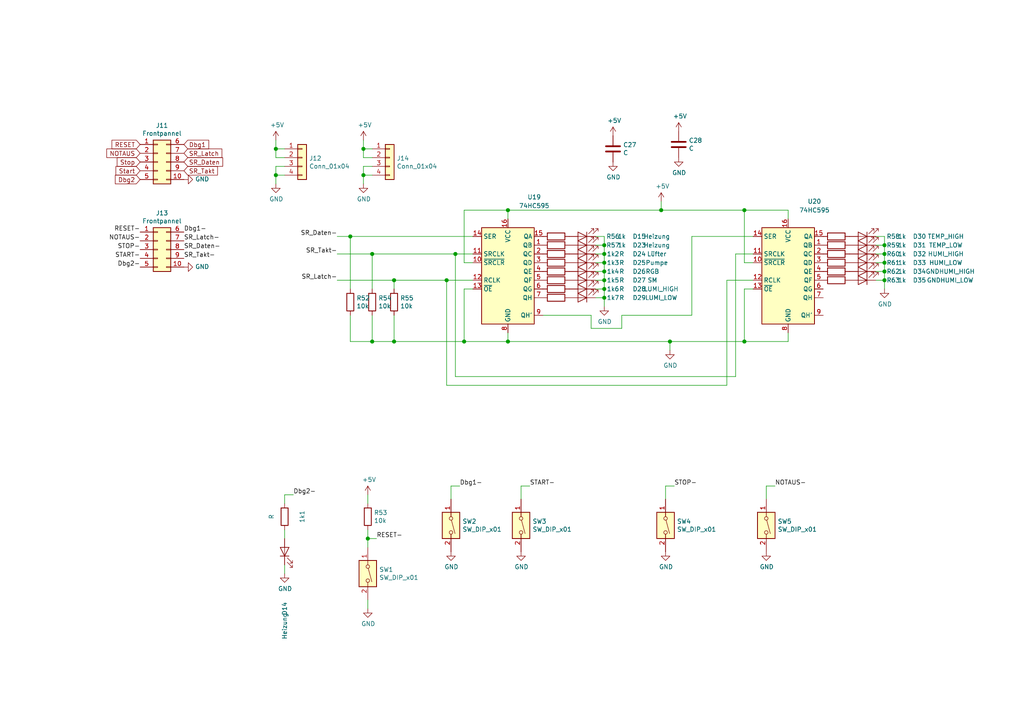
<source format=kicad_sch>
(kicad_sch (version 20210126) (generator eeschema)
  (paper "A4")
  (lib_symbols
    (symbol "SBIO3-rescue:+5V-power" (power) (pin_names (offset 0))
      (property "Value" "+5V-power" (at 0 3.556 0))
      (symbol "+5V-power_0_1"
        (polyline (pts (xy -0.762 1.27) (xy 0 2.54)))
        (polyline (pts (xy 0 0) (xy 0 2.54)))
        (polyline (pts (xy 0 2.54) (xy 0.762 1.27)))
      )
      (symbol "+5V-power_1_1"
        (pin power_in line (at 0 0 90) (length 0) hide (name "+5V") (number "1"))
      )
    )
    (symbol "SBIO3-rescue:74HC595-74xx"
      (property "Reference" "U" (at -7.62 13.97 0))
      (property "Value" "74HC595-74xx" (at -7.62 -16.51 0))
      (symbol "74HC595-74xx_1_0"
        (pin tri_state line (at 10.16 7.62 180) (length 2.54) (name "QB") (number "1"))
        (pin input line (at -10.16 2.54 0) (length 2.54) (name "~SRCLR") (number "10"))
        (pin input line (at -10.16 5.08 0) (length 2.54) (name "SRCLK") (number "11"))
        (pin input line (at -10.16 -2.54 0) (length 2.54) (name "RCLK") (number "12"))
        (pin input line (at -10.16 -5.08 0) (length 2.54) (name "~OE") (number "13"))
        (pin input line (at -10.16 10.16 0) (length 2.54) (name "SER") (number "14"))
        (pin tri_state line (at 10.16 10.16 180) (length 2.54) (name "QA") (number "15"))
        (pin power_in line (at 0 15.24 270) (length 2.54) (name "VCC") (number "16"))
        (pin tri_state line (at 10.16 5.08 180) (length 2.54) (name "QC") (number "2"))
        (pin tri_state line (at 10.16 2.54 180) (length 2.54) (name "QD") (number "3"))
        (pin tri_state line (at 10.16 0 180) (length 2.54) (name "QE") (number "4"))
        (pin tri_state line (at 10.16 -2.54 180) (length 2.54) (name "QF") (number "5"))
        (pin tri_state line (at 10.16 -5.08 180) (length 2.54) (name "QG") (number "6"))
        (pin tri_state line (at 10.16 -7.62 180) (length 2.54) (name "QH") (number "7"))
        (pin power_in line (at 0 -17.78 90) (length 2.54) (name "GND") (number "8"))
        (pin output line (at 10.16 -12.7 180) (length 2.54) (name "QH'") (number "9"))
      )
      (symbol "74HC595-74xx_1_1"
        (rectangle (start -7.62 12.7) (end 7.62 -15.24) (stroke (width 0.254)) (fill (type background)))
      )
    )
    (symbol "SBIO3-rescue:C-Device" (pin_numbers hide) (pin_names (offset 0.254))
      (property "Reference" "C" (at 0.635 2.54 0))
      (property "Value" "C-Device" (at 0.635 -2.54 0))
      (symbol "C-Device_0_1"
        (polyline (pts (xy -2.032 -0.762) (xy 2.032 -0.762)) (stroke (width 0.508)))
        (polyline (pts (xy -2.032 0.762) (xy 2.032 0.762)) (stroke (width 0.508)))
      )
      (symbol "C-Device_1_1"
        (pin passive line (at 0 3.81 270) (length 2.794) (name "~") (number "1"))
        (pin passive line (at 0 -3.81 90) (length 2.794) (name "~") (number "2"))
      )
    )
    (symbol "SBIO3-rescue:Conn_01x04-Connector_Generic" (pin_names (offset 1.016) hide)
      (property "Reference" "J" (at 0 5.08 0))
      (property "Value" "Conn_01x04-Connector_Generic" (at 0 -7.62 0))
      (symbol "Conn_01x04-Connector_Generic_1_1"
        (rectangle (start -1.27 -4.953) (end 0 -5.207) (stroke (width 0.1524)))
        (rectangle (start -1.27 -2.413) (end 0 -2.667) (stroke (width 0.1524)))
        (rectangle (start -1.27 0.127) (end 0 -0.127) (stroke (width 0.1524)))
        (rectangle (start -1.27 2.667) (end 0 2.413) (stroke (width 0.1524)))
        (rectangle (start -1.27 3.81) (end 1.27 -6.35) (stroke (width 0.254)) (fill (type background)))
        (pin passive line (at -5.08 2.54 0) (length 3.81) (name "Pin_1") (number "1"))
        (pin passive line (at -5.08 0 0) (length 3.81) (name "Pin_2") (number "2"))
        (pin passive line (at -5.08 -2.54 0) (length 3.81) (name "Pin_3") (number "3"))
        (pin passive line (at -5.08 -5.08 0) (length 3.81) (name "Pin_4") (number "4"))
      )
    )
    (symbol "SBIO3-rescue:Conn_02x05_Top_Bottom-Connector_Generic" (pin_names (offset 1.016) hide)
      (property "Reference" "J" (at 1.27 7.62 0))
      (property "Value" "Conn_02x05_Top_Bottom-Connector_Generic" (at 1.27 -7.62 0))
      (symbol "Conn_02x05_Top_Bottom-Connector_Generic_1_1"
        (rectangle (start -1.27 -4.953) (end 0 -5.207) (stroke (width 0.1524)))
        (rectangle (start -1.27 -2.413) (end 0 -2.667) (stroke (width 0.1524)))
        (rectangle (start -1.27 0.127) (end 0 -0.127) (stroke (width 0.1524)))
        (rectangle (start -1.27 2.667) (end 0 2.413) (stroke (width 0.1524)))
        (rectangle (start -1.27 5.207) (end 0 4.953) (stroke (width 0.1524)))
        (rectangle (start -1.27 6.35) (end 3.81 -6.35) (stroke (width 0.254)) (fill (type background)))
        (rectangle (start 3.81 -4.953) (end 2.54 -5.207) (stroke (width 0.1524)))
        (rectangle (start 3.81 -2.413) (end 2.54 -2.667) (stroke (width 0.1524)))
        (rectangle (start 3.81 0.127) (end 2.54 -0.127) (stroke (width 0.1524)))
        (rectangle (start 3.81 2.667) (end 2.54 2.413) (stroke (width 0.1524)))
        (rectangle (start 3.81 5.207) (end 2.54 4.953) (stroke (width 0.1524)))
        (pin passive line (at -5.08 5.08 0) (length 3.81) (name "Pin_1") (number "1"))
        (pin passive line (at 7.62 -5.08 180) (length 3.81) (name "Pin_10") (number "10"))
        (pin passive line (at -5.08 2.54 0) (length 3.81) (name "Pin_2") (number "2"))
        (pin passive line (at -5.08 0 0) (length 3.81) (name "Pin_3") (number "3"))
        (pin passive line (at -5.08 -2.54 0) (length 3.81) (name "Pin_4") (number "4"))
        (pin passive line (at -5.08 -5.08 0) (length 3.81) (name "Pin_5") (number "5"))
        (pin passive line (at 7.62 5.08 180) (length 3.81) (name "Pin_6") (number "6"))
        (pin passive line (at 7.62 2.54 180) (length 3.81) (name "Pin_7") (number "7"))
        (pin passive line (at 7.62 0 180) (length 3.81) (name "Pin_8") (number "8"))
        (pin passive line (at 7.62 -2.54 180) (length 3.81) (name "Pin_9") (number "9"))
      )
    )
    (symbol "SBIO3-rescue:GND-power" (power) (pin_names (offset 0))
      (property "Value" "GND-power" (at 0 -3.81 0))
      (symbol "GND-power_0_1"
        (polyline (pts (xy 0 0) (xy 0 -1.27) (xy 1.27 -1.27) (xy 0 -2.54) (xy -1.27 -1.27) (xy 0 -1.27)))
      )
      (symbol "GND-power_1_1"
        (pin power_in line (at 0 0 270) (length 0) hide (name "GND") (number "1"))
      )
    )
    (symbol "SBIO3-rescue:LED-Device" (pin_numbers hide) (pin_names (offset 1.016) hide)
      (property "Reference" "D" (at 0 2.54 0))
      (property "Value" "LED-Device" (at 0 -2.54 0))
      (symbol "LED-Device_0_1"
        (polyline (pts (xy -1.27 -1.27) (xy -1.27 1.27)) (stroke (width 0.2032)))
        (polyline (pts (xy -1.27 0) (xy 1.27 0)))
        (polyline (pts (xy 1.27 -1.27) (xy 1.27 1.27) (xy -1.27 0) (xy 1.27 -1.27)) (stroke (width 0.2032)))
        (polyline (pts (xy -3.048 -0.762) (xy -4.572 -2.286) (xy -3.81 -2.286) (xy -4.572 -2.286) (xy -4.572 -1.524)))
        (polyline (pts (xy -1.778 -0.762) (xy -3.302 -2.286) (xy -2.54 -2.286) (xy -3.302 -2.286) (xy -3.302 -1.524)))
      )
      (symbol "LED-Device_1_1"
        (pin passive line (at -3.81 0 0) (length 2.54) (name "K") (number "1"))
        (pin passive line (at 3.81 0 180) (length 2.54) (name "A") (number "2"))
      )
    )
    (symbol "SBIO3-rescue:R-Device" (pin_numbers hide) (pin_names (offset 0))
      (property "Reference" "R" (at 2.032 0 90))
      (property "Value" "R-Device" (at 0 0 90))
      (symbol "R-Device_0_1"
        (rectangle (start -1.016 -2.54) (end 1.016 2.54) (stroke (width 0.254)))
      )
      (symbol "R-Device_1_1"
        (pin passive line (at 0 3.81 270) (length 1.27) (name "~") (number "1"))
        (pin passive line (at 0 -3.81 90) (length 1.27) (name "~") (number "2"))
      )
    )
    (symbol "SBIO3-rescue:SW_DIP_x01-Switch" (pin_names (offset 0) hide)
      (property "Reference" "SW" (at 0 3.81 0))
      (property "Value" "SW_DIP_x01-Switch" (at 0 -3.81 0))
      (symbol "SW_DIP_x01-Switch_0_0"
        (circle (center -2.032 0) (radius 0.508))
        (circle (center 2.032 0) (radius 0.508))
        (polyline (pts (xy -1.524 0.127) (xy 2.3622 1.1684)))
      )
      (symbol "SW_DIP_x01-Switch_0_1"
        (rectangle (start -3.81 2.54) (end 3.81 -2.54) (stroke (width 0.254)) (fill (type background)))
      )
      (symbol "SW_DIP_x01-Switch_1_1"
        (pin passive line (at -7.62 0 0) (length 5.08) (name "~") (number "1"))
        (pin passive line (at 7.62 0 180) (length 5.08) (name "~") (number "2"))
      )
    )
  )
  (junction (at 80.01 43.18) (diameter 1.016))
  (junction (at 80.01 50.8) (diameter 1.016))
  (junction (at 101.6 68.58) (diameter 1.016))
  (junction (at 105.41 43.18) (diameter 1.016))
  (junction (at 105.41 50.8) (diameter 1.016))
  (junction (at 106.68 156.21) (diameter 1.016))
  (junction (at 107.95 73.66) (diameter 1.016))
  (junction (at 107.95 99.06) (diameter 1.016))
  (junction (at 114.3 81.28) (diameter 1.016))
  (junction (at 114.3 99.06) (diameter 1.016))
  (junction (at 129.54 81.28) (diameter 1.016))
  (junction (at 132.08 73.66) (diameter 1.016))
  (junction (at 134.62 99.06) (diameter 1.016))
  (junction (at 147.32 60.96) (diameter 1.016))
  (junction (at 147.32 99.06) (diameter 1.016))
  (junction (at 175.26 71.12) (diameter 1.016))
  (junction (at 175.26 73.66) (diameter 1.016))
  (junction (at 175.26 76.2) (diameter 1.016))
  (junction (at 175.26 78.74) (diameter 1.016))
  (junction (at 175.26 81.28) (diameter 1.016))
  (junction (at 175.26 83.82) (diameter 1.016))
  (junction (at 175.26 86.36) (diameter 1.016))
  (junction (at 191.77 60.96) (diameter 1.016))
  (junction (at 194.31 99.06) (diameter 1.016))
  (junction (at 215.9 60.96) (diameter 1.016))
  (junction (at 215.9 99.06) (diameter 1.016))
  (junction (at 256.54 71.12) (diameter 1.016))
  (junction (at 256.54 73.66) (diameter 1.016))
  (junction (at 256.54 76.2) (diameter 1.016))
  (junction (at 256.54 78.74) (diameter 1.016))
  (junction (at 256.54 81.28) (diameter 1.016))
  (wire (pts (xy 80.01 43.18) (xy 80.01 40.64)))
  (wire (pts (xy 80.01 45.72) (xy 80.01 43.18)))
  (wire (pts (xy 80.01 48.26) (xy 80.01 50.8)))
  (wire (pts (xy 80.01 50.8) (xy 80.01 53.34)))
  (wire (pts (xy 82.55 43.18) (xy 80.01 43.18)))
  (wire (pts (xy 82.55 45.72) (xy 80.01 45.72)))
  (wire (pts (xy 82.55 48.26) (xy 80.01 48.26)))
  (wire (pts (xy 82.55 50.8) (xy 80.01 50.8)))
  (wire (pts (xy 82.55 143.51) (xy 82.55 146.05)))
  (wire (pts (xy 82.55 153.67) (xy 82.55 156.21)))
  (wire (pts (xy 82.55 163.83) (xy 82.55 166.37)))
  (wire (pts (xy 85.09 143.51) (xy 82.55 143.51)))
  (wire (pts (xy 97.79 73.66) (xy 107.95 73.66)))
  (wire (pts (xy 97.79 81.28) (xy 114.3 81.28)))
  (wire (pts (xy 101.6 68.58) (xy 97.79 68.58)))
  (wire (pts (xy 101.6 68.58) (xy 101.6 83.82)))
  (wire (pts (xy 101.6 91.44) (xy 101.6 99.06)))
  (wire (pts (xy 101.6 99.06) (xy 107.95 99.06)))
  (wire (pts (xy 105.41 43.18) (xy 105.41 40.64)))
  (wire (pts (xy 105.41 45.72) (xy 105.41 43.18)))
  (wire (pts (xy 105.41 48.26) (xy 105.41 50.8)))
  (wire (pts (xy 105.41 50.8) (xy 105.41 53.34)))
  (wire (pts (xy 106.68 146.05) (xy 106.68 143.51)))
  (wire (pts (xy 106.68 153.67) (xy 106.68 156.21)))
  (wire (pts (xy 106.68 156.21) (xy 109.22 156.21)))
  (wire (pts (xy 106.68 158.75) (xy 106.68 156.21)))
  (wire (pts (xy 106.68 176.53) (xy 106.68 173.99)))
  (wire (pts (xy 107.95 43.18) (xy 105.41 43.18)))
  (wire (pts (xy 107.95 45.72) (xy 105.41 45.72)))
  (wire (pts (xy 107.95 48.26) (xy 105.41 48.26)))
  (wire (pts (xy 107.95 50.8) (xy 105.41 50.8)))
  (wire (pts (xy 107.95 73.66) (xy 107.95 83.82)))
  (wire (pts (xy 107.95 91.44) (xy 107.95 99.06)))
  (wire (pts (xy 107.95 99.06) (xy 114.3 99.06)))
  (wire (pts (xy 114.3 81.28) (xy 129.54 81.28)))
  (wire (pts (xy 114.3 83.82) (xy 114.3 81.28)))
  (wire (pts (xy 114.3 91.44) (xy 114.3 99.06)))
  (wire (pts (xy 114.3 99.06) (xy 134.62 99.06)))
  (wire (pts (xy 129.54 81.28) (xy 129.54 111.76)))
  (wire (pts (xy 129.54 81.28) (xy 137.16 81.28)))
  (wire (pts (xy 129.54 111.76) (xy 210.82 111.76)))
  (wire (pts (xy 130.81 140.97) (xy 133.35 140.97)))
  (wire (pts (xy 130.81 144.78) (xy 130.81 140.97)))
  (wire (pts (xy 132.08 73.66) (xy 107.95 73.66)))
  (wire (pts (xy 132.08 73.66) (xy 132.08 109.22)))
  (wire (pts (xy 132.08 109.22) (xy 213.36 109.22)))
  (wire (pts (xy 134.62 60.96) (xy 147.32 60.96)))
  (wire (pts (xy 134.62 76.2) (xy 134.62 60.96)))
  (wire (pts (xy 134.62 83.82) (xy 134.62 99.06)))
  (wire (pts (xy 134.62 99.06) (xy 147.32 99.06)))
  (wire (pts (xy 137.16 68.58) (xy 101.6 68.58)))
  (wire (pts (xy 137.16 73.66) (xy 132.08 73.66)))
  (wire (pts (xy 137.16 76.2) (xy 134.62 76.2)))
  (wire (pts (xy 137.16 83.82) (xy 134.62 83.82)))
  (wire (pts (xy 147.32 60.96) (xy 147.32 63.5)))
  (wire (pts (xy 147.32 60.96) (xy 191.77 60.96)))
  (wire (pts (xy 147.32 99.06) (xy 147.32 96.52)))
  (wire (pts (xy 147.32 99.06) (xy 194.31 99.06)))
  (wire (pts (xy 151.13 144.78) (xy 151.13 140.97)))
  (wire (pts (xy 153.67 140.97) (xy 151.13 140.97)))
  (wire (pts (xy 157.48 91.44) (xy 171.45 91.44)))
  (wire (pts (xy 171.45 91.44) (xy 171.45 95.25)))
  (wire (pts (xy 171.45 95.25) (xy 180.34 95.25)))
  (wire (pts (xy 172.72 68.58) (xy 175.26 68.58)))
  (wire (pts (xy 172.72 71.12) (xy 175.26 71.12)))
  (wire (pts (xy 172.72 73.66) (xy 175.26 73.66)))
  (wire (pts (xy 172.72 76.2) (xy 175.26 76.2)))
  (wire (pts (xy 172.72 78.74) (xy 175.26 78.74)))
  (wire (pts (xy 172.72 81.28) (xy 175.26 81.28)))
  (wire (pts (xy 172.72 83.82) (xy 175.26 83.82)))
  (wire (pts (xy 172.72 86.36) (xy 175.26 86.36)))
  (wire (pts (xy 175.26 68.58) (xy 175.26 71.12)))
  (wire (pts (xy 175.26 71.12) (xy 175.26 73.66)))
  (wire (pts (xy 175.26 73.66) (xy 175.26 76.2)))
  (wire (pts (xy 175.26 76.2) (xy 175.26 78.74)))
  (wire (pts (xy 175.26 78.74) (xy 175.26 81.28)))
  (wire (pts (xy 175.26 81.28) (xy 175.26 83.82)))
  (wire (pts (xy 175.26 83.82) (xy 175.26 86.36)))
  (wire (pts (xy 175.26 86.36) (xy 175.26 88.9)))
  (wire (pts (xy 180.34 91.44) (xy 200.66 91.44)))
  (wire (pts (xy 180.34 95.25) (xy 180.34 91.44)))
  (wire (pts (xy 191.77 60.96) (xy 191.77 58.42)))
  (wire (pts (xy 191.77 60.96) (xy 215.9 60.96)))
  (wire (pts (xy 193.04 144.78) (xy 193.04 140.97)))
  (wire (pts (xy 194.31 99.06) (xy 194.31 101.6)))
  (wire (pts (xy 194.31 99.06) (xy 215.9 99.06)))
  (wire (pts (xy 195.58 140.97) (xy 193.04 140.97)))
  (wire (pts (xy 200.66 68.58) (xy 200.66 91.44)))
  (wire (pts (xy 210.82 81.28) (xy 218.44 81.28)))
  (wire (pts (xy 210.82 111.76) (xy 210.82 81.28)))
  (wire (pts (xy 213.36 73.66) (xy 218.44 73.66)))
  (wire (pts (xy 213.36 109.22) (xy 213.36 73.66)))
  (wire (pts (xy 215.9 60.96) (xy 228.6 60.96)))
  (wire (pts (xy 215.9 76.2) (xy 215.9 60.96)))
  (wire (pts (xy 215.9 83.82) (xy 215.9 99.06)))
  (wire (pts (xy 215.9 99.06) (xy 228.6 99.06)))
  (wire (pts (xy 218.44 68.58) (xy 200.66 68.58)))
  (wire (pts (xy 218.44 76.2) (xy 215.9 76.2)))
  (wire (pts (xy 218.44 83.82) (xy 215.9 83.82)))
  (wire (pts (xy 222.25 144.78) (xy 222.25 140.97)))
  (wire (pts (xy 224.79 140.97) (xy 222.25 140.97)))
  (wire (pts (xy 228.6 60.96) (xy 228.6 63.5)))
  (wire (pts (xy 228.6 99.06) (xy 228.6 96.52)))
  (wire (pts (xy 254 68.58) (xy 256.54 68.58)))
  (wire (pts (xy 254 71.12) (xy 256.54 71.12)))
  (wire (pts (xy 254 73.66) (xy 256.54 73.66)))
  (wire (pts (xy 254 76.2) (xy 256.54 76.2)))
  (wire (pts (xy 254 78.74) (xy 256.54 78.74)))
  (wire (pts (xy 254 81.28) (xy 256.54 81.28)))
  (wire (pts (xy 256.54 68.58) (xy 256.54 71.12)))
  (wire (pts (xy 256.54 71.12) (xy 256.54 73.66)))
  (wire (pts (xy 256.54 73.66) (xy 256.54 76.2)))
  (wire (pts (xy 256.54 76.2) (xy 256.54 78.74)))
  (wire (pts (xy 256.54 78.74) (xy 256.54 81.28)))
  (wire (pts (xy 256.54 81.28) (xy 256.54 83.82)))
  (label "RESET-" (at 40.64 67.31 180))
  (label "NOTAUS-" (at 40.64 69.85 180))
  (label "STOP-" (at 40.64 72.39 180))
  (label "START-" (at 40.64 74.93 180))
  (label "Dbg2-" (at 40.64 77.47 180))
  (label "Dbg1-" (at 53.34 67.31 0))
  (label "SR_Latch-" (at 53.34 69.85 0))
  (label "SR_Daten-" (at 53.34 72.39 0))
  (label "SR_Takt-" (at 53.34 74.93 0))
  (label "Dbg2-" (at 85.09 143.51 0))
  (label "SR_Daten-" (at 97.79 68.58 180))
  (label "SR_Takt-" (at 97.79 73.66 180))
  (label "SR_Latch-" (at 97.79 81.28 180))
  (label "RESET-" (at 109.22 156.21 0))
  (label "Dbg1-" (at 133.35 140.97 0))
  (label "START-" (at 153.67 140.97 0))
  (label "STOP-" (at 195.58 140.97 0))
  (label "NOTAUS-" (at 224.79 140.97 0))
  (global_label "RESET" (shape input) (at 40.64 41.91 180) (property "Intersheet References" "${INTERSHEET_REFS}" (effects hide)))
  (global_label "NOTAUS" (shape input) (at 40.64 44.45 180) (property "Intersheet References" "${INTERSHEET_REFS}" (effects hide)))
  (global_label "Stop" (shape input) (at 40.64 46.99 180) (property "Intersheet References" "${INTERSHEET_REFS}" (effects hide)))
  (global_label "Start" (shape input) (at 40.64 49.53 180) (property "Intersheet References" "${INTERSHEET_REFS}" (effects hide)))
  (global_label "Dbg2" (shape input) (at 40.64 52.07 180) (property "Intersheet References" "${INTERSHEET_REFS}" (effects hide)))
  (global_label "Dbg1" (shape input) (at 53.34 41.91 0) (property "Intersheet References" "${INTERSHEET_REFS}" (effects hide)))
  (global_label "SR_Latch" (shape input) (at 53.34 44.45 0) (property "Intersheet References" "${INTERSHEET_REFS}" (effects hide)))
  (global_label "SR_Daten" (shape input) (at 53.34 46.99 0) (property "Intersheet References" "${INTERSHEET_REFS}" (effects hide)))
  (global_label "SR_Takt" (shape input) (at 53.34 49.53 0) (property "Intersheet References" "${INTERSHEET_REFS}" (effects hide)))
  (symbol (lib_id "SBIO3-rescue:+5V-power") (at 80.01 40.64 0) (unit 1)
    (property "Reference" "#PWR0181" (effects hide))
    (property "Value" "+5V" (at 80.391 36.2458 0))
  )
  (symbol (lib_id "SBIO3-rescue:+5V-power") (at 105.41 40.64 0) (unit 1)
    (property "Reference" "#PWR0197" (effects hide))
    (property "Value" "+5V" (at 105.791 36.2458 0))
  )
  (symbol (lib_id "SBIO3-rescue:+5V-power") (at 106.68 143.51 0) (unit 1)
    (property "Reference" "#PWR0188" (effects hide))
    (property "Value" "+5V" (at 107.061 139.1158 0))
  )
  (symbol (lib_id "SBIO3-rescue:+5V-power") (at 177.8 39.37 0) (unit 1)
    (property "Reference" "#PWR0198" (effects hide))
    (property "Value" "+5V" (at 178.181 34.9758 0))
  )
  (symbol (lib_id "SBIO3-rescue:+5V-power") (at 191.77 58.42 0) (unit 1)
    (property "Reference" "#PWR0184" (effects hide))
    (property "Value" "+5V" (at 192.151 54.0258 0))
  )
  (symbol (lib_id "SBIO3-rescue:+5V-power") (at 196.85 38.1 0) (unit 1)
    (property "Reference" "#PWR0200" (effects hide))
    (property "Value" "+5V" (at 197.231 33.7058 0))
  )
  (symbol (lib_id "SBIO3-rescue:GND-power") (at 53.34 52.07 90) (unit 1)
    (property "Reference" "#PWR0179" (effects hide))
    (property "Value" "GND" (at 56.5912 51.943 90) (effects (justify right)))
  )
  (symbol (lib_id "SBIO3-rescue:GND-power") (at 53.34 77.47 90) (unit 1)
    (property "Reference" "#PWR0183" (effects hide))
    (property "Value" "GND" (at 56.5912 77.343 90) (effects (justify right)))
  )
  (symbol (lib_id "SBIO3-rescue:GND-power") (at 80.01 53.34 0) (unit 1)
    (property "Reference" "#PWR0180" (effects hide))
    (property "Value" "GND" (at 80.137 57.7342 0))
  )
  (symbol (lib_id "SBIO3-rescue:GND-power") (at 82.55 166.37 0) (unit 1)
    (property "Reference" "#PWR0194" (effects hide))
    (property "Value" "GND" (at 82.677 170.7642 0))
  )
  (symbol (lib_id "SBIO3-rescue:GND-power") (at 105.41 53.34 0) (unit 1)
    (property "Reference" "#PWR0196" (effects hide))
    (property "Value" "GND" (at 105.537 57.7342 0))
  )
  (symbol (lib_id "SBIO3-rescue:GND-power") (at 106.68 176.53 0) (unit 1)
    (property "Reference" "#PWR0189" (effects hide))
    (property "Value" "GND" (at 106.807 180.9242 0))
  )
  (symbol (lib_id "SBIO3-rescue:GND-power") (at 130.81 160.02 0) (unit 1)
    (property "Reference" "#PWR0190" (effects hide))
    (property "Value" "GND" (at 130.937 164.4142 0))
  )
  (symbol (lib_id "SBIO3-rescue:GND-power") (at 151.13 160.02 0) (unit 1)
    (property "Reference" "#PWR0191" (effects hide))
    (property "Value" "GND" (at 151.257 164.4142 0))
  )
  (symbol (lib_id "SBIO3-rescue:GND-power") (at 175.26 88.9 0) (unit 1)
    (property "Reference" "#PWR0186" (effects hide))
    (property "Value" "GND" (at 175.387 93.2942 0))
  )
  (symbol (lib_id "SBIO3-rescue:GND-power") (at 177.8 46.99 0) (unit 1)
    (property "Reference" "#PWR0199" (effects hide))
    (property "Value" "GND" (at 177.927 51.3842 0))
  )
  (symbol (lib_id "SBIO3-rescue:GND-power") (at 193.04 160.02 0) (unit 1)
    (property "Reference" "#PWR0192" (effects hide))
    (property "Value" "GND" (at 193.167 164.4142 0))
  )
  (symbol (lib_id "SBIO3-rescue:GND-power") (at 194.31 101.6 0) (unit 1)
    (property "Reference" "#PWR0185" (effects hide))
    (property "Value" "GND" (at 194.437 105.9942 0))
  )
  (symbol (lib_id "SBIO3-rescue:GND-power") (at 196.85 45.72 0) (unit 1)
    (property "Reference" "#PWR0201" (effects hide))
    (property "Value" "GND" (at 196.977 50.1142 0))
  )
  (symbol (lib_id "SBIO3-rescue:GND-power") (at 222.25 160.02 0) (unit 1)
    (property "Reference" "#PWR0193" (effects hide))
    (property "Value" "GND" (at 222.377 164.4142 0))
  )
  (symbol (lib_id "SBIO3-rescue:GND-power") (at 256.54 83.82 0) (unit 1)
    (property "Reference" "#PWR0187" (effects hide))
    (property "Value" "GND" (at 256.667 88.2142 0))
  )
  (symbol (lib_id "SBIO3-rescue:R-Device") (at 82.55 149.86 180) (unit 1)
    (property "Reference" "1k1" (at 87.63 149.86 90))
    (property "Value" "R" (at 78.74 149.86 90))
    (property "Footprint" "Resistor_SMD:R_0603_1608Metric_Pad1.05x0.95mm_HandSolder" (effects hide))
  )
  (symbol (lib_id "SBIO3-rescue:R-Device") (at 101.6 87.63 0) (unit 1)
    (property "Reference" "R52" (at 103.378 86.4616 0) (effects (justify left)))
    (property "Value" "10k" (at 103.378 88.773 0) (effects (justify left)))
    (property "Footprint" "Resistor_SMD:R_0603_1608Metric_Pad1.05x0.95mm_HandSolder" (effects hide))
  )
  (symbol (lib_id "SBIO3-rescue:R-Device") (at 106.68 149.86 0) (unit 1)
    (property "Reference" "R53" (at 108.458 148.6916 0) (effects (justify left)))
    (property "Value" "10k" (at 108.458 151.003 0) (effects (justify left)))
    (property "Footprint" "Resistor_SMD:R_0603_1608Metric_Pad1.05x0.95mm_HandSolder" (effects hide))
  )
  (symbol (lib_id "SBIO3-rescue:R-Device") (at 107.95 87.63 0) (unit 1)
    (property "Reference" "R54" (at 109.728 86.4616 0) (effects (justify left)))
    (property "Value" "10k" (at 109.728 88.773 0) (effects (justify left)))
    (property "Footprint" "Resistor_SMD:R_0603_1608Metric_Pad1.05x0.95mm_HandSolder" (effects hide))
  )
  (symbol (lib_id "SBIO3-rescue:R-Device") (at 114.3 87.63 0) (unit 1)
    (property "Reference" "R55" (at 116.078 86.4616 0) (effects (justify left)))
    (property "Value" "10k" (at 116.078 88.773 0) (effects (justify left)))
    (property "Footprint" "Resistor_SMD:R_0603_1608Metric_Pad1.05x0.95mm_HandSolder" (effects hide))
  )
  (symbol (lib_id "SBIO3-rescue:R-Device") (at 161.29 68.58 270) (unit 1)
    (property "Reference" "R56" (at 177.8 68.58 90))
    (property "Value" "1k" (at 180.34 68.58 90))
    (property "Footprint" "Resistor_SMD:R_0603_1608Metric_Pad1.05x0.95mm_HandSolder" (effects hide))
  )
  (symbol (lib_id "SBIO3-rescue:R-Device") (at 161.29 71.12 270) (unit 1)
    (property "Reference" "R57" (at 177.8 71.12 90))
    (property "Value" "1k" (at 180.34 71.12 90))
    (property "Footprint" "Resistor_SMD:R_0603_1608Metric_Pad1.05x0.95mm_HandSolder" (effects hide))
  )
  (symbol (lib_id "SBIO3-rescue:R-Device") (at 161.29 73.66 270) (unit 1)
    (property "Reference" "1k2" (at 177.8 73.66 90))
    (property "Value" "R" (at 180.34 73.66 90))
    (property "Footprint" "Resistor_SMD:R_0603_1608Metric_Pad1.05x0.95mm_HandSolder" (effects hide))
  )
  (symbol (lib_id "SBIO3-rescue:R-Device") (at 161.29 76.2 270) (unit 1)
    (property "Reference" "1k3" (at 177.8 76.2 90))
    (property "Value" "R" (at 180.34 76.2 90))
    (property "Footprint" "Resistor_SMD:R_0603_1608Metric_Pad1.05x0.95mm_HandSolder" (effects hide))
  )
  (symbol (lib_id "SBIO3-rescue:R-Device") (at 161.29 78.74 270) (unit 1)
    (property "Reference" "1k4" (at 177.8 78.74 90))
    (property "Value" "R" (at 180.34 78.74 90))
    (property "Footprint" "Resistor_SMD:R_0603_1608Metric_Pad1.05x0.95mm_HandSolder" (effects hide))
  )
  (symbol (lib_id "SBIO3-rescue:R-Device") (at 161.29 81.28 270) (unit 1)
    (property "Reference" "1k5" (at 177.8 81.28 90))
    (property "Value" "R" (at 180.34 81.28 90))
    (property "Footprint" "Resistor_SMD:R_0603_1608Metric_Pad1.05x0.95mm_HandSolder" (effects hide))
  )
  (symbol (lib_id "SBIO3-rescue:R-Device") (at 161.29 83.82 270) (unit 1)
    (property "Reference" "1k6" (at 177.8 83.82 90))
    (property "Value" "R" (at 180.34 83.82 90))
    (property "Footprint" "Resistor_SMD:R_0603_1608Metric_Pad1.05x0.95mm_HandSolder" (effects hide))
  )
  (symbol (lib_id "SBIO3-rescue:R-Device") (at 161.29 86.36 270) (unit 1)
    (property "Reference" "1k7" (at 177.8 86.36 90))
    (property "Value" "R" (at 180.34 86.36 90))
    (property "Footprint" "Resistor_SMD:R_0603_1608Metric_Pad1.05x0.95mm_HandSolder" (effects hide))
  )
  (symbol (lib_id "SBIO3-rescue:R-Device") (at 242.57 68.58 270) (unit 1)
    (property "Reference" "R58" (at 259.08 68.58 90))
    (property "Value" "1k" (at 261.62 68.58 90))
    (property "Footprint" "Resistor_SMD:R_0603_1608Metric_Pad1.05x0.95mm_HandSolder" (effects hide))
  )
  (symbol (lib_id "SBIO3-rescue:R-Device") (at 242.57 71.12 270) (unit 1)
    (property "Reference" "R59" (at 259.08 71.12 90))
    (property "Value" "1k" (at 261.62 71.12 90))
    (property "Footprint" "Resistor_SMD:R_0603_1608Metric_Pad1.05x0.95mm_HandSolder" (effects hide))
  )
  (symbol (lib_id "SBIO3-rescue:R-Device") (at 242.57 73.66 270) (unit 1)
    (property "Reference" "R60" (at 259.08 73.66 90))
    (property "Value" "1k" (at 261.62 73.66 90))
    (property "Footprint" "Resistor_SMD:R_0603_1608Metric_Pad1.05x0.95mm_HandSolder" (effects hide))
  )
  (symbol (lib_id "SBIO3-rescue:R-Device") (at 242.57 76.2 270) (unit 1)
    (property "Reference" "R61" (at 259.08 76.2 90))
    (property "Value" "1k" (at 261.62 76.2 90))
    (property "Footprint" "Resistor_SMD:R_0603_1608Metric_Pad1.05x0.95mm_HandSolder" (effects hide))
  )
  (symbol (lib_id "SBIO3-rescue:R-Device") (at 242.57 78.74 270) (unit 1)
    (property "Reference" "R62" (at 259.08 78.74 90))
    (property "Value" "1k" (at 261.62 78.74 90))
    (property "Footprint" "Resistor_SMD:R_0603_1608Metric_Pad1.05x0.95mm_HandSolder" (effects hide))
  )
  (symbol (lib_id "SBIO3-rescue:R-Device") (at 242.57 81.28 270) (unit 1)
    (property "Reference" "R63" (at 259.08 81.28 90))
    (property "Value" "1k" (at 261.62 81.28 90))
    (property "Footprint" "Resistor_SMD:R_0603_1608Metric_Pad1.05x0.95mm_HandSolder" (effects hide))
  )
  (symbol (lib_id "SBIO3-rescue:LED-Device") (at 82.55 160.02 90) (unit 1)
    (property "Reference" "D14" (at 82.55 176.53 0))
    (property "Value" "Heizung" (at 82.55 181.61 0))
    (property "Footprint" "LED_THT:LED_D3.0mm" (effects hide))
  )
  (symbol (lib_id "SBIO3-rescue:LED-Device") (at 168.91 68.58 180) (unit 1)
    (property "Reference" "D15" (at 185.42 68.58 0))
    (property "Value" "Heizung" (at 190.5 68.58 0))
    (property "Footprint" "LED_THT:LED_D3.0mm" (effects hide))
  )
  (symbol (lib_id "SBIO3-rescue:LED-Device") (at 168.91 71.12 180) (unit 1)
    (property "Reference" "D23" (at 185.42 71.12 0))
    (property "Value" "Heizung" (at 190.5 71.12 0))
    (property "Footprint" "LED_THT:LED_D3.0mm" (effects hide))
  )
  (symbol (lib_id "SBIO3-rescue:LED-Device") (at 168.91 73.66 180) (unit 1)
    (property "Reference" "D24" (at 185.42 73.66 0))
    (property "Value" "Lüfter" (at 190.5 73.66 0))
    (property "Footprint" "LED_THT:LED_D3.0mm" (effects hide))
  )
  (symbol (lib_id "SBIO3-rescue:LED-Device") (at 168.91 76.2 180) (unit 1)
    (property "Reference" "D25" (at 185.42 76.2 0))
    (property "Value" "Pumpe" (at 190.5 76.2 0))
    (property "Footprint" "LED_THT:LED_D3.0mm" (effects hide))
  )
  (symbol (lib_id "SBIO3-rescue:LED-Device") (at 168.91 78.74 180) (unit 1)
    (property "Reference" "D26" (at 185.42 78.74 0))
    (property "Value" "RGB" (at 189.23 78.74 0))
    (property "Footprint" "LED_THT:LED_D3.0mm" (effects hide))
  )
  (symbol (lib_id "SBIO3-rescue:LED-Device") (at 168.91 81.28 180) (unit 1)
    (property "Reference" "D27" (at 185.42 81.28 0))
    (property "Value" "SM" (at 189.23 81.28 0))
    (property "Footprint" "LED_THT:LED_D3.0mm" (effects hide))
  )
  (symbol (lib_id "SBIO3-rescue:LED-Device") (at 168.91 83.82 180) (unit 1)
    (property "Reference" "D28" (at 185.42 83.82 0))
    (property "Value" "LUMI_HIGH" (at 191.77 83.82 0))
    (property "Footprint" "LED_THT:LED_D3.0mm" (effects hide))
  )
  (symbol (lib_id "SBIO3-rescue:LED-Device") (at 168.91 86.36 180) (unit 1)
    (property "Reference" "D29" (at 185.42 86.36 0))
    (property "Value" "LUMI_LOW" (at 191.77 86.36 0))
    (property "Footprint" "LED_THT:LED_D3.0mm" (effects hide))
  )
  (symbol (lib_id "SBIO3-rescue:LED-Device") (at 250.19 68.58 180) (unit 1)
    (property "Reference" "D30" (at 266.7 68.58 0))
    (property "Value" "TEMP_HIGH" (at 274.32 68.58 0))
    (property "Footprint" "LED_THT:LED_D3.0mm" (effects hide))
  )
  (symbol (lib_id "SBIO3-rescue:LED-Device") (at 250.19 71.12 180) (unit 1)
    (property "Reference" "D31" (at 266.7 71.12 0))
    (property "Value" "TEMP_LOW" (at 274.32 71.12 0))
    (property "Footprint" "LED_THT:LED_D3.0mm" (effects hide))
  )
  (symbol (lib_id "SBIO3-rescue:LED-Device") (at 250.19 73.66 180) (unit 1)
    (property "Reference" "D32" (at 266.7 73.66 0))
    (property "Value" "HUMI_HIGH" (at 274.32 73.66 0))
    (property "Footprint" "LED_THT:LED_D3.0mm" (effects hide))
  )
  (symbol (lib_id "SBIO3-rescue:LED-Device") (at 250.19 76.2 180) (unit 1)
    (property "Reference" "D33" (at 266.7 76.2 0))
    (property "Value" "HUMI_LOW" (at 274.32 76.2 0))
    (property "Footprint" "LED_THT:LED_D3.0mm" (effects hide))
  )
  (symbol (lib_id "SBIO3-rescue:LED-Device") (at 250.19 78.74 180) (unit 1)
    (property "Reference" "D34" (at 266.7 78.74 0))
    (property "Value" "GNDHUMI_HIGH" (at 275.59 78.74 0))
    (property "Footprint" "LED_THT:LED_D3.0mm" (effects hide))
  )
  (symbol (lib_id "SBIO3-rescue:LED-Device") (at 250.19 81.28 180) (unit 1)
    (property "Reference" "D35" (at 266.7 81.28 0))
    (property "Value" "GNDHUMI_LOW" (at 275.59 81.28 0))
    (property "Footprint" "LED_THT:LED_D3.0mm" (effects hide))
  )
  (symbol (lib_id "SBIO3-rescue:C-Device") (at 177.8 43.18 0) (unit 1)
    (property "Reference" "C27" (at 180.721 42.0116 0) (effects (justify left)))
    (property "Value" "C" (at 180.721 44.323 0) (effects (justify left)))
    (property "Footprint" "Capacitor_SMD:C_0603_1608Metric_Pad1.05x0.95mm_HandSolder" (effects hide))
  )
  (symbol (lib_id "SBIO3-rescue:C-Device") (at 196.85 41.91 0) (unit 1)
    (property "Reference" "C28" (at 199.771 40.7416 0) (effects (justify left)))
    (property "Value" "C" (at 199.771 43.053 0) (effects (justify left)))
    (property "Footprint" "Capacitor_SMD:C_0603_1608Metric_Pad1.05x0.95mm_HandSolder" (effects hide))
  )
  (symbol (lib_id "SBIO3-rescue:Conn_01x04-Connector_Generic") (at 87.63 45.72 0) (unit 1)
    (property "Reference" "J12" (at 89.662 45.9232 0) (effects (justify left)))
    (property "Value" "Conn_01x04" (at 89.662 48.2346 0) (effects (justify left)))
    (property "Footprint" "Connector_PinSocket_2.54mm:PinSocket_1x04_P2.54mm_Vertical" (effects hide))
  )
  (symbol (lib_id "SBIO3-rescue:Conn_01x04-Connector_Generic") (at 113.03 45.72 0) (unit 1)
    (property "Reference" "J14" (at 115.062 45.9232 0) (effects (justify left)))
    (property "Value" "Conn_01x04" (at 115.062 48.2346 0) (effects (justify left)))
    (property "Footprint" "Connector_PinSocket_2.54mm:PinSocket_1x04_P2.54mm_Vertical" (effects hide))
  )
  (symbol (lib_id "SBIO3-rescue:SW_DIP_x01-Switch") (at 106.68 166.37 270) (unit 1)
    (property "Reference" "SW1" (at 109.982 165.2016 90) (effects (justify left)))
    (property "Value" "SW_DIP_x01" (at 109.982 167.513 90) (effects (justify left)))
    (property "Footprint" "Button_Switch_THT:SW_PUSH_6mm" (effects hide))
  )
  (symbol (lib_id "SBIO3-rescue:SW_DIP_x01-Switch") (at 130.81 152.4 270) (unit 1)
    (property "Reference" "SW2" (at 134.112 151.2316 90) (effects (justify left)))
    (property "Value" "SW_DIP_x01" (at 134.112 153.543 90) (effects (justify left)))
    (property "Footprint" "Button_Switch_THT:SW_PUSH_6mm" (effects hide))
  )
  (symbol (lib_id "SBIO3-rescue:SW_DIP_x01-Switch") (at 151.13 152.4 270) (unit 1)
    (property "Reference" "SW3" (at 154.432 151.2316 90) (effects (justify left)))
    (property "Value" "SW_DIP_x01" (at 154.432 153.543 90) (effects (justify left)))
    (property "Footprint" "Button_Switch_THT:SW_PUSH_6mm" (effects hide))
  )
  (symbol (lib_id "SBIO3-rescue:SW_DIP_x01-Switch") (at 193.04 152.4 270) (unit 1)
    (property "Reference" "SW4" (at 196.342 151.2316 90) (effects (justify left)))
    (property "Value" "SW_DIP_x01" (at 196.342 153.543 90) (effects (justify left)))
    (property "Footprint" "Button_Switch_THT:SW_PUSH_6mm" (effects hide))
  )
  (symbol (lib_id "SBIO3-rescue:SW_DIP_x01-Switch") (at 222.25 152.4 270) (unit 1)
    (property "Reference" "SW5" (at 225.552 151.2316 90) (effects (justify left)))
    (property "Value" "SW_DIP_x01" (at 225.552 153.543 90) (effects (justify left)))
    (property "Footprint" "Button_Switch_THT:SW_PUSH_6mm" (effects hide))
  )
  (symbol (lib_id "SBIO3-rescue:Conn_02x05_Top_Bottom-Connector_Generic") (at 45.72 46.99 0) (unit 1)
    (property "Reference" "J11" (at 46.99 36.3982 0))
    (property "Value" "Frontpannel" (at 46.99 38.7096 0))
    (property "Footprint" "Connector_PinSocket_2.54mm:PinSocket_2x05_P2.54mm_Vertical" (effects hide))
  )
  (symbol (lib_id "SBIO3-rescue:Conn_02x05_Top_Bottom-Connector_Generic") (at 45.72 72.39 0) (unit 1)
    (property "Reference" "J13" (at 46.99 61.7982 0))
    (property "Value" "Frontpannel" (at 46.99 64.1096 0))
    (property "Footprint" "Connector_PinSocket_2.54mm:PinSocket_2x05_P2.54mm_Vertical" (effects hide))
  )
  (symbol (lib_id "SBIO3-rescue:74HC595-74xx") (at 147.32 78.74 0) (unit 1)
    (property "Reference" "U19" (at 154.94 57.15 0))
    (property "Value" "74HC595" (at 154.94 59.69 0))
    (property "Footprint" "Housings_SOIC:SOIC-16_3.9x9.9mm_Pitch1.27mm" (effects hide))
    (property "Datasheet" "http://www.ti.com/lit/ds/symlink/sn74hc595.pdf" (effects hide))
  )
  (symbol (lib_id "SBIO3-rescue:74HC595-74xx") (at 228.6 78.74 0) (unit 1)
    (property "Reference" "U20" (at 236.22 58.42 0))
    (property "Value" "74HC595" (at 236.22 60.96 0))
    (property "Footprint" "Housings_SOIC:SOIC-16_3.9x9.9mm_Pitch1.27mm" (effects hide))
    (property "Datasheet" "http://www.ti.com/lit/ds/symlink/sn74hc595.pdf" (effects hide))
  )
)
</source>
